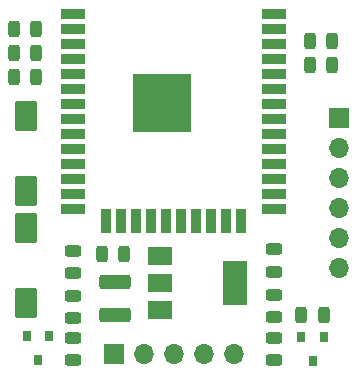
<source format=gbr>
G04 #@! TF.GenerationSoftware,KiCad,Pcbnew,7.0.6*
G04 #@! TF.CreationDate,2023-11-12T09:36:55+05:30*
G04 #@! TF.ProjectId,ESP32-Miner,45535033-322d-44d6-996e-65722e6b6963,rev?*
G04 #@! TF.SameCoordinates,Original*
G04 #@! TF.FileFunction,Soldermask,Top*
G04 #@! TF.FilePolarity,Negative*
%FSLAX46Y46*%
G04 Gerber Fmt 4.6, Leading zero omitted, Abs format (unit mm)*
G04 Created by KiCad (PCBNEW 7.0.6) date 2023-11-12 09:36:55*
%MOMM*%
%LPD*%
G01*
G04 APERTURE LIST*
G04 Aperture macros list*
%AMRoundRect*
0 Rectangle with rounded corners*
0 $1 Rounding radius*
0 $2 $3 $4 $5 $6 $7 $8 $9 X,Y pos of 4 corners*
0 Add a 4 corners polygon primitive as box body*
4,1,4,$2,$3,$4,$5,$6,$7,$8,$9,$2,$3,0*
0 Add four circle primitives for the rounded corners*
1,1,$1+$1,$2,$3*
1,1,$1+$1,$4,$5*
1,1,$1+$1,$6,$7*
1,1,$1+$1,$8,$9*
0 Add four rect primitives between the rounded corners*
20,1,$1+$1,$2,$3,$4,$5,0*
20,1,$1+$1,$4,$5,$6,$7,0*
20,1,$1+$1,$6,$7,$8,$9,0*
20,1,$1+$1,$8,$9,$2,$3,0*%
G04 Aperture macros list end*
%ADD10RoundRect,0.243750X-0.456250X0.243750X-0.456250X-0.243750X0.456250X-0.243750X0.456250X0.243750X0*%
%ADD11R,0.800000X0.900000*%
%ADD12R,2.000000X1.500000*%
%ADD13R,2.000000X3.800000*%
%ADD14RoundRect,0.243750X0.243750X0.456250X-0.243750X0.456250X-0.243750X-0.456250X0.243750X-0.456250X0*%
%ADD15RoundRect,0.243750X-0.243750X-0.456250X0.243750X-0.456250X0.243750X0.456250X-0.243750X0.456250X0*%
%ADD16RoundRect,0.101600X-0.798830X1.149350X-0.798830X-1.149350X0.798830X-1.149350X0.798830X1.149350X0*%
%ADD17RoundRect,0.101600X0.798830X-1.149350X0.798830X1.149350X-0.798830X1.149350X-0.798830X-1.149350X0*%
%ADD18R,1.700000X1.700000*%
%ADD19O,1.700000X1.700000*%
%ADD20R,2.000000X0.900000*%
%ADD21R,0.900000X2.000000*%
%ADD22R,5.000000X5.000000*%
%ADD23RoundRect,0.250000X1.075000X-0.375000X1.075000X0.375000X-1.075000X0.375000X-1.075000X-0.375000X0*%
G04 APERTURE END LIST*
D10*
G04 #@! TO.C,C2*
X150000000Y-95982500D03*
X150000000Y-97857500D03*
G04 #@! TD*
D11*
G04 #@! TO.C,Q1*
X130950000Y-99500000D03*
X129050000Y-99500000D03*
X130000000Y-101500000D03*
G04 #@! TD*
D12*
G04 #@! TO.C,U1*
X140350000Y-92700000D03*
X140350000Y-95000000D03*
D13*
X146650000Y-95000000D03*
D12*
X140350000Y-97300000D03*
G04 #@! TD*
D10*
G04 #@! TO.C,R6*
X133000000Y-99625000D03*
X133000000Y-101500000D03*
G04 #@! TD*
G04 #@! TO.C,R5*
X133000000Y-96062500D03*
X133000000Y-97937500D03*
G04 #@! TD*
D14*
G04 #@! TO.C,D2*
X154937500Y-74500000D03*
X153062500Y-74500000D03*
G04 #@! TD*
G04 #@! TO.C,R10*
X129875000Y-77500000D03*
X128000000Y-77500000D03*
G04 #@! TD*
D15*
G04 #@! TO.C,R2*
X153062500Y-76500000D03*
X154937500Y-76500000D03*
G04 #@! TD*
D16*
G04 #@! TO.C,SW1*
X129000000Y-87149600D03*
X129000000Y-80850400D03*
G04 #@! TD*
D17*
G04 #@! TO.C,SW2*
X129000000Y-90350400D03*
X129000000Y-96649600D03*
G04 #@! TD*
D14*
G04 #@! TO.C,C3*
X129875000Y-73500000D03*
X128000000Y-73500000D03*
G04 #@! TD*
D15*
G04 #@! TO.C,C4*
X128000000Y-75500000D03*
X129875000Y-75500000D03*
G04 #@! TD*
D11*
G04 #@! TO.C,Q2*
X154200000Y-99562500D03*
X152300000Y-99562500D03*
X153250000Y-101562500D03*
G04 #@! TD*
D15*
G04 #@! TO.C,R7*
X152312500Y-97650000D03*
X154187500Y-97650000D03*
G04 #@! TD*
D18*
G04 #@! TO.C,J1*
X136425000Y-101000000D03*
D19*
X138965000Y-101000000D03*
X141505000Y-101000000D03*
X144045000Y-101000000D03*
X146585000Y-101000000D03*
G04 #@! TD*
D10*
G04 #@! TO.C,R9*
X150000000Y-92142500D03*
X150000000Y-94017500D03*
G04 #@! TD*
D20*
G04 #@! TO.C,U2*
X133000000Y-72245000D03*
X133000000Y-73515000D03*
X133000000Y-74785000D03*
X133000000Y-76055000D03*
X133000000Y-77325000D03*
X133000000Y-78595000D03*
X133000000Y-79865000D03*
X133000000Y-81135000D03*
X133000000Y-82405000D03*
X133000000Y-83675000D03*
X133000000Y-84945000D03*
X133000000Y-86215000D03*
X133000000Y-87485000D03*
X133000000Y-88755000D03*
D21*
X135785000Y-89755000D03*
X137055000Y-89755000D03*
X138325000Y-89755000D03*
X139595000Y-89755000D03*
X140865000Y-89755000D03*
X142135000Y-89755000D03*
X143405000Y-89755000D03*
X144675000Y-89755000D03*
X145945000Y-89755000D03*
X147215000Y-89755000D03*
D20*
X150000000Y-88755000D03*
X150000000Y-87485000D03*
X150000000Y-86215000D03*
X150000000Y-84945000D03*
X150000000Y-83675000D03*
X150000000Y-82405000D03*
X150000000Y-81135000D03*
X150000000Y-79865000D03*
X150000000Y-78595000D03*
X150000000Y-77325000D03*
X150000000Y-76055000D03*
X150000000Y-74785000D03*
X150000000Y-73515000D03*
X150000000Y-72245000D03*
D22*
X140500000Y-79745000D03*
G04 #@! TD*
D10*
G04 #@! TO.C,R1*
X133000000Y-92247500D03*
X133000000Y-94122500D03*
G04 #@! TD*
G04 #@! TO.C,R8*
X150000000Y-99625000D03*
X150000000Y-101500000D03*
G04 #@! TD*
D18*
G04 #@! TO.C,J2*
X155500000Y-81000000D03*
D19*
X155500000Y-83540000D03*
X155500000Y-86080000D03*
X155500000Y-88620000D03*
X155500000Y-91160000D03*
X155500000Y-93700000D03*
G04 #@! TD*
D14*
G04 #@! TO.C,D1*
X137297500Y-92500000D03*
X135422500Y-92500000D03*
G04 #@! TD*
D23*
G04 #@! TO.C,C1*
X136500000Y-97720000D03*
X136500000Y-94920000D03*
G04 #@! TD*
M02*

</source>
